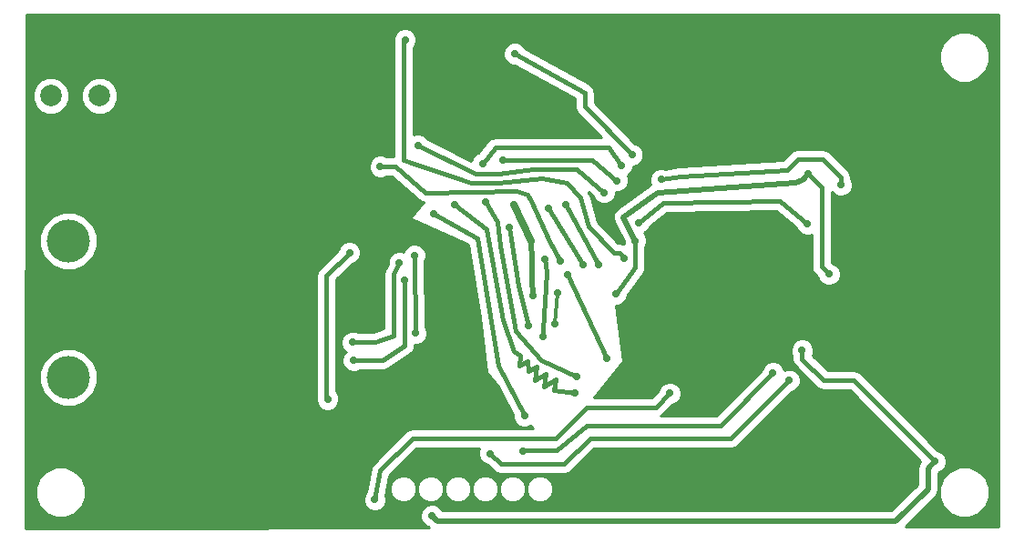
<source format=gbl>
G04 (created by PCBNEW (2013-08-24 BZR 4298)-stable) date Sun 04 May 2014 09:36:58 AM PDT*
%MOIN*%
G04 Gerber Fmt 3.4, Leading zero omitted, Abs format*
%FSLAX34Y34*%
G01*
G70*
G90*
G04 APERTURE LIST*
%ADD10C,0.005906*%
%ADD11C,0.078700*%
%ADD12C,0.157480*%
%ADD13C,0.023622*%
%ADD14R,0.098400X0.098400*%
%ADD15C,0.027559*%
%ADD16C,0.019685*%
%ADD17C,0.015748*%
%ADD18C,0.009843*%
%ADD19C,0.027559*%
%ADD20C,0.039370*%
%ADD21C,0.011811*%
%ADD22C,0.010000*%
G04 APERTURE END LIST*
G54D10*
G54D11*
X36811Y-28070D03*
X35039Y-28070D03*
G54D12*
X35681Y-38389D03*
X35681Y-33389D03*
G54D13*
X50003Y-35208D03*
X49703Y-34908D03*
X49703Y-35508D03*
X50303Y-34908D03*
X50303Y-35508D03*
G54D14*
X50003Y-35208D03*
G54D15*
X48976Y-43464D03*
X67381Y-41476D03*
X62519Y-37401D03*
X63502Y-34606D03*
X62755Y-30944D03*
X56417Y-33385D03*
X55712Y-35322D03*
X51968Y-32047D03*
X52598Y-33385D03*
X52685Y-35388D03*
X48334Y-33925D03*
X48389Y-36771D03*
X56535Y-32716D03*
X62716Y-32755D03*
X52503Y-36488D03*
X51822Y-32897D03*
X53937Y-34645D03*
X55381Y-37688D03*
X57874Y-42913D03*
X49409Y-26338D03*
X68307Y-28858D03*
X63897Y-33267D03*
X63858Y-36574D03*
X63740Y-37874D03*
X64173Y-39015D03*
X60118Y-38622D03*
X59291Y-39015D03*
X58346Y-38582D03*
X62598Y-38818D03*
X44527Y-27086D03*
X40393Y-29055D03*
X39133Y-31850D03*
X51614Y-39645D03*
X41744Y-40248D03*
X48228Y-31850D03*
X44574Y-32338D03*
X53149Y-28661D03*
X46889Y-36141D03*
X63582Y-35354D03*
X55118Y-32440D03*
X52322Y-41102D03*
X61456Y-38228D03*
X51102Y-41181D03*
X62047Y-38503D03*
X55275Y-31614D03*
X48464Y-29881D03*
X63937Y-31338D03*
X57362Y-31141D03*
X55748Y-31181D03*
X51574Y-30433D03*
X53031Y-36889D03*
X53110Y-34055D03*
X52362Y-39803D03*
X49035Y-32397D03*
X54200Y-38976D03*
X49814Y-32047D03*
X54275Y-38354D03*
X50944Y-31968D03*
X45960Y-33818D03*
X45165Y-39188D03*
X53484Y-36421D03*
X53562Y-35295D03*
X53858Y-32047D03*
X55078Y-34263D03*
X55905Y-30629D03*
X50826Y-30551D03*
X53661Y-34133D03*
X47086Y-30669D03*
X52007Y-26535D03*
X56299Y-30236D03*
X47992Y-26023D03*
X56023Y-34015D03*
X47783Y-34196D03*
X46074Y-37110D03*
X47984Y-34826D03*
X46114Y-37771D03*
X53228Y-32204D03*
X54507Y-34271D03*
X46889Y-42874D03*
X57677Y-38976D03*
G54D16*
X48976Y-43464D02*
X49173Y-43661D01*
X49173Y-43661D02*
X65944Y-43661D01*
X65944Y-43661D02*
X67125Y-42480D01*
X67125Y-42480D02*
X67125Y-41732D01*
X67125Y-41732D02*
X67381Y-41476D01*
G54D17*
X64409Y-38503D02*
X67381Y-41476D01*
X64409Y-38503D02*
X63307Y-38503D01*
X63307Y-38503D02*
X62519Y-37716D01*
X62519Y-37716D02*
X62519Y-37401D01*
X63228Y-34332D02*
X63502Y-34606D01*
X63228Y-34332D02*
X63228Y-31417D01*
X62755Y-30944D02*
X63228Y-31417D01*
G54D16*
X56417Y-33385D02*
X55984Y-32519D01*
X55984Y-32519D02*
X57244Y-31614D01*
X57244Y-31614D02*
X62283Y-31259D01*
X62283Y-31259D02*
X62539Y-31161D01*
X62539Y-31161D02*
X62598Y-31102D01*
X62598Y-31102D02*
X62755Y-30944D01*
G54D17*
X56417Y-34370D02*
X56417Y-33385D01*
X55732Y-35303D02*
X56417Y-34370D01*
G54D18*
X55712Y-35322D02*
X55732Y-35303D01*
G54D19*
X51968Y-32047D02*
X52598Y-33385D01*
G54D16*
X52657Y-34094D02*
X52598Y-33385D01*
X52637Y-34809D02*
X52657Y-34094D01*
X52685Y-35388D02*
X52637Y-34809D01*
G54D17*
X48334Y-33925D02*
X48389Y-36771D01*
X62716Y-32755D02*
X61692Y-31929D01*
X61692Y-31929D02*
X57440Y-32007D01*
X57440Y-32007D02*
X56535Y-32716D01*
X52503Y-36488D02*
X52129Y-35043D01*
X52129Y-35043D02*
X51822Y-32897D01*
X55381Y-37688D02*
X53937Y-34645D01*
X58346Y-38582D02*
X58377Y-38598D01*
G54D18*
X62598Y-38818D02*
X62598Y-38779D01*
G54D16*
X48228Y-31850D02*
X48228Y-31811D01*
G54D20*
X53149Y-28661D02*
X53169Y-28641D01*
G54D19*
X46889Y-36141D02*
X46889Y-36153D01*
G54D18*
X63582Y-35354D02*
X63582Y-35346D01*
X52362Y-41062D02*
X52322Y-41102D01*
G54D17*
X53543Y-41062D02*
X52362Y-41062D01*
X54645Y-40157D02*
X53543Y-41062D01*
X59527Y-40157D02*
X54645Y-40157D01*
X61456Y-38228D02*
X59527Y-40157D01*
X51496Y-41574D02*
X51102Y-41181D01*
X53818Y-41574D02*
X51496Y-41574D01*
X54763Y-40629D02*
X53818Y-41574D01*
X59921Y-40629D02*
X54763Y-40629D01*
X62047Y-38503D02*
X59921Y-40629D01*
X54291Y-30748D02*
X55275Y-31614D01*
X50590Y-30944D02*
X51417Y-30944D01*
X51417Y-30944D02*
X52677Y-30748D01*
X52677Y-30748D02*
X54291Y-30748D01*
X48464Y-29881D02*
X50590Y-30944D01*
X63937Y-31062D02*
X63937Y-31338D01*
X63267Y-30393D02*
X63937Y-31062D01*
X62362Y-30393D02*
X63267Y-30393D01*
X61968Y-30787D02*
X62362Y-30393D01*
X58070Y-31023D02*
X61968Y-30787D01*
X57362Y-31141D02*
X58070Y-31023D01*
X54842Y-30433D02*
X51574Y-30433D01*
X55748Y-31181D02*
X54842Y-30433D01*
X53110Y-34055D02*
X53114Y-34010D01*
X53114Y-34010D02*
X53188Y-34566D01*
X53188Y-34566D02*
X53031Y-36639D01*
X53031Y-36639D02*
X53031Y-36889D01*
X52362Y-39803D02*
X51421Y-37964D01*
X51421Y-37964D02*
X50629Y-33303D01*
X50629Y-33303D02*
X49035Y-32397D01*
X54200Y-38976D02*
X53452Y-38877D01*
X53452Y-38877D02*
X53500Y-38456D01*
X53500Y-38456D02*
X53070Y-38740D01*
X53070Y-38740D02*
X53149Y-38267D01*
X53149Y-38267D02*
X52755Y-38503D01*
X52755Y-38503D02*
X52799Y-37980D01*
X52799Y-37980D02*
X52503Y-38165D01*
X52503Y-38165D02*
X52476Y-37779D01*
X52476Y-37779D02*
X52165Y-37952D01*
X52165Y-37952D02*
X52204Y-37598D01*
X52204Y-37598D02*
X51968Y-37440D01*
X51968Y-37440D02*
X51562Y-36283D01*
X50972Y-32948D02*
X49814Y-32047D01*
X51562Y-36283D02*
X50972Y-32948D01*
X54275Y-38354D02*
X52980Y-37763D01*
X52980Y-37763D02*
X52043Y-36696D01*
X52043Y-36696D02*
X51484Y-33551D01*
X51377Y-32704D02*
X50944Y-31968D01*
X51484Y-33551D02*
X51377Y-32704D01*
X45122Y-34657D02*
X45960Y-33818D01*
X45122Y-39145D02*
X45122Y-34657D01*
G54D18*
X45165Y-39188D02*
X45122Y-39145D01*
G54D21*
X53484Y-36421D02*
X53562Y-35295D01*
G54D17*
X55078Y-34263D02*
X53858Y-32047D01*
X51299Y-29960D02*
X50826Y-30551D01*
X55433Y-29960D02*
X51299Y-29960D01*
X55905Y-30629D02*
X55433Y-29960D01*
X52598Y-31929D02*
X52480Y-31692D01*
X53661Y-34133D02*
X53267Y-33385D01*
X53267Y-33385D02*
X52598Y-31929D01*
X47637Y-30669D02*
X47086Y-30669D01*
X48740Y-31614D02*
X47637Y-30669D01*
X52086Y-31574D02*
X48740Y-31614D01*
X52480Y-31692D02*
X52086Y-31574D01*
X54566Y-27952D02*
X52007Y-26535D01*
X54566Y-28464D02*
X54566Y-27952D01*
X56299Y-30236D02*
X54566Y-28464D01*
G54D18*
X47952Y-26062D02*
X47992Y-26023D01*
G54D17*
X47952Y-30433D02*
X47952Y-26062D01*
X50393Y-31259D02*
X47952Y-30433D01*
X53897Y-31259D02*
X52992Y-31102D01*
X52992Y-31102D02*
X51417Y-31259D01*
X51417Y-31259D02*
X50393Y-31259D01*
X54409Y-31811D02*
X53897Y-31259D01*
X54724Y-32874D02*
X54409Y-31811D01*
X55629Y-33818D02*
X54724Y-32874D01*
X55826Y-33818D02*
X55629Y-33818D01*
X56023Y-34015D02*
X55826Y-33818D01*
X46905Y-37110D02*
X46074Y-37110D01*
X47586Y-36850D02*
X46905Y-37110D01*
X47586Y-34598D02*
X47586Y-36850D01*
X47783Y-34196D02*
X47586Y-34598D01*
X47173Y-37771D02*
X46114Y-37771D01*
X47988Y-37228D02*
X47173Y-37771D01*
X47968Y-34842D02*
X47988Y-37228D01*
G54D18*
X47984Y-34826D02*
X47968Y-34842D01*
G54D17*
X53228Y-32204D02*
X54507Y-34271D01*
X47086Y-41811D02*
X46889Y-42874D01*
X48267Y-40629D02*
X47086Y-41811D01*
X53503Y-40629D02*
X48267Y-40629D01*
X54645Y-39488D02*
X53503Y-40629D01*
X57165Y-39488D02*
X54645Y-39488D01*
X57677Y-38976D02*
X57165Y-39488D01*
G54D10*
G36*
X69713Y-25089D02*
X69694Y-43847D01*
X69390Y-43848D01*
X69390Y-42415D01*
X69390Y-26470D01*
X69250Y-26129D01*
X68989Y-25868D01*
X68649Y-25727D01*
X68281Y-25727D01*
X67940Y-25868D01*
X67680Y-26128D01*
X67538Y-26468D01*
X67538Y-26836D01*
X67679Y-27177D01*
X67939Y-27438D01*
X68279Y-27579D01*
X68647Y-27579D01*
X68988Y-27439D01*
X69249Y-27178D01*
X69390Y-26838D01*
X69390Y-26470D01*
X69390Y-42415D01*
X69250Y-42074D01*
X68989Y-41813D01*
X68649Y-41672D01*
X68281Y-41672D01*
X67940Y-41812D01*
X67680Y-42073D01*
X67538Y-42413D01*
X67538Y-42781D01*
X67679Y-43122D01*
X67939Y-43382D01*
X68279Y-43524D01*
X68647Y-43524D01*
X68988Y-43383D01*
X69249Y-43123D01*
X69390Y-42783D01*
X69390Y-42415D01*
X69390Y-43848D01*
X66293Y-43856D01*
X67397Y-42752D01*
X67397Y-42752D01*
X67481Y-42627D01*
X67481Y-42627D01*
X67510Y-42480D01*
X67510Y-41891D01*
X67527Y-41875D01*
X67621Y-41836D01*
X67741Y-41716D01*
X67805Y-41561D01*
X67805Y-41392D01*
X67741Y-41236D01*
X67622Y-41117D01*
X67479Y-41057D01*
X64667Y-38245D01*
X64549Y-38166D01*
X64409Y-38138D01*
X64361Y-38138D01*
X64361Y-31254D01*
X64301Y-31111D01*
X64301Y-31062D01*
X64274Y-30923D01*
X64274Y-30923D01*
X64195Y-30804D01*
X63525Y-30135D01*
X63407Y-30056D01*
X63267Y-30028D01*
X62362Y-30028D01*
X62222Y-30056D01*
X62104Y-30135D01*
X61808Y-30431D01*
X58048Y-30659D01*
X58030Y-30664D01*
X58010Y-30663D01*
X57515Y-30746D01*
X57446Y-30717D01*
X57278Y-30717D01*
X57122Y-30782D01*
X57002Y-30901D01*
X56938Y-31057D01*
X56938Y-31225D01*
X56981Y-31329D01*
X55759Y-32207D01*
X55729Y-32240D01*
X55693Y-32267D01*
X55678Y-32294D01*
X55657Y-32317D01*
X55641Y-32359D01*
X55619Y-32398D01*
X55615Y-32428D01*
X55604Y-32457D01*
X55606Y-32502D01*
X55600Y-32546D01*
X55608Y-32576D01*
X55609Y-32607D01*
X55628Y-32648D01*
X55640Y-32691D01*
X55993Y-33397D01*
X55993Y-33469D01*
X56010Y-33510D01*
X55966Y-33481D01*
X55826Y-33453D01*
X55785Y-33453D01*
X55049Y-32685D01*
X54759Y-31707D01*
X54753Y-31696D01*
X54751Y-31683D01*
X54720Y-31633D01*
X54699Y-31593D01*
X54870Y-31743D01*
X54915Y-31854D01*
X55035Y-31973D01*
X55190Y-32038D01*
X55359Y-32038D01*
X55515Y-31973D01*
X55634Y-31854D01*
X55699Y-31698D01*
X55699Y-31605D01*
X55832Y-31605D01*
X55987Y-31540D01*
X56107Y-31421D01*
X56171Y-31265D01*
X56172Y-31097D01*
X56130Y-30995D01*
X56145Y-30989D01*
X56264Y-30870D01*
X56329Y-30714D01*
X56329Y-30660D01*
X56383Y-30660D01*
X56539Y-30595D01*
X56658Y-30476D01*
X56723Y-30320D01*
X56723Y-30152D01*
X56658Y-29996D01*
X56539Y-29876D01*
X56402Y-29820D01*
X54931Y-28315D01*
X54931Y-27952D01*
X54921Y-27902D01*
X54917Y-27852D01*
X54908Y-27833D01*
X54904Y-27813D01*
X54875Y-27770D01*
X54852Y-27725D01*
X54836Y-27712D01*
X54824Y-27694D01*
X54782Y-27666D01*
X54743Y-27633D01*
X52379Y-26323D01*
X52367Y-26295D01*
X52248Y-26176D01*
X52092Y-26111D01*
X51923Y-26111D01*
X51768Y-26175D01*
X51648Y-26294D01*
X51583Y-26450D01*
X51583Y-26619D01*
X51648Y-26775D01*
X51767Y-26894D01*
X51923Y-26959D01*
X52020Y-26959D01*
X54201Y-28167D01*
X54201Y-28464D01*
X54215Y-28532D01*
X54228Y-28600D01*
X54229Y-28602D01*
X54229Y-28604D01*
X54268Y-28661D01*
X54305Y-28719D01*
X55162Y-29595D01*
X51299Y-29595D01*
X51279Y-29599D01*
X51258Y-29597D01*
X51209Y-29613D01*
X51159Y-29623D01*
X51142Y-29634D01*
X51123Y-29640D01*
X51083Y-29674D01*
X51041Y-29702D01*
X51029Y-29719D01*
X51014Y-29732D01*
X50676Y-30154D01*
X50586Y-30191D01*
X50467Y-30310D01*
X50410Y-30447D01*
X48830Y-29656D01*
X48824Y-29642D01*
X48705Y-29522D01*
X48549Y-29457D01*
X48380Y-29457D01*
X48317Y-29483D01*
X48317Y-26297D01*
X48351Y-26264D01*
X48416Y-26108D01*
X48416Y-25939D01*
X48351Y-25783D01*
X48232Y-25664D01*
X48076Y-25599D01*
X47908Y-25599D01*
X47752Y-25663D01*
X47632Y-25783D01*
X47568Y-25938D01*
X47568Y-26107D01*
X47587Y-26155D01*
X47587Y-30304D01*
X47313Y-30304D01*
X47171Y-30245D01*
X47002Y-30245D01*
X46846Y-30309D01*
X46727Y-30428D01*
X46662Y-30584D01*
X46662Y-30753D01*
X46726Y-30909D01*
X46846Y-31028D01*
X47001Y-31093D01*
X47170Y-31093D01*
X47313Y-31034D01*
X47502Y-31034D01*
X48502Y-31891D01*
X48554Y-31920D01*
X48604Y-31952D01*
X48616Y-31955D01*
X48626Y-31961D01*
X48685Y-31968D01*
X48690Y-31968D01*
X48173Y-32564D01*
X50122Y-33434D01*
X50299Y-33534D01*
X50750Y-36194D01*
X50959Y-38189D01*
X51404Y-38733D01*
X51938Y-39775D01*
X51938Y-39887D01*
X52002Y-40043D01*
X52121Y-40162D01*
X52277Y-40227D01*
X52446Y-40227D01*
X52582Y-40170D01*
X52660Y-40264D01*
X48813Y-40264D01*
X48813Y-36687D01*
X48750Y-36533D01*
X48703Y-34141D01*
X48758Y-34009D01*
X48758Y-33841D01*
X48694Y-33685D01*
X48575Y-33565D01*
X48419Y-33501D01*
X48250Y-33501D01*
X48094Y-33565D01*
X47975Y-33684D01*
X47928Y-33797D01*
X47868Y-33772D01*
X47699Y-33772D01*
X47543Y-33837D01*
X47424Y-33956D01*
X47359Y-34112D01*
X47359Y-34232D01*
X47258Y-34437D01*
X47255Y-34449D01*
X47249Y-34458D01*
X47237Y-34517D01*
X47222Y-34575D01*
X47223Y-34586D01*
X47221Y-34598D01*
X47221Y-36599D01*
X46838Y-36745D01*
X46384Y-36745D01*
X46384Y-33734D01*
X46320Y-33579D01*
X46201Y-33459D01*
X46045Y-33394D01*
X45876Y-33394D01*
X45720Y-33459D01*
X45601Y-33578D01*
X45541Y-33721D01*
X44863Y-34399D01*
X44784Y-34517D01*
X44757Y-34657D01*
X44757Y-39066D01*
X44741Y-39104D01*
X44741Y-39272D01*
X44805Y-39428D01*
X44924Y-39548D01*
X45080Y-39612D01*
X45249Y-39613D01*
X45405Y-39548D01*
X45524Y-39429D01*
X45589Y-39273D01*
X45589Y-39105D01*
X45525Y-38949D01*
X45487Y-38911D01*
X45487Y-34808D01*
X46058Y-34237D01*
X46200Y-34178D01*
X46319Y-34059D01*
X46384Y-33903D01*
X46384Y-33734D01*
X46384Y-36745D01*
X46301Y-36745D01*
X46159Y-36686D01*
X45990Y-36686D01*
X45834Y-36750D01*
X45715Y-36869D01*
X45650Y-37025D01*
X45650Y-37194D01*
X45715Y-37350D01*
X45825Y-37460D01*
X45754Y-37531D01*
X45690Y-37686D01*
X45690Y-37855D01*
X45754Y-38011D01*
X45873Y-38130D01*
X46029Y-38195D01*
X46198Y-38195D01*
X46341Y-38136D01*
X47173Y-38136D01*
X47208Y-38129D01*
X47244Y-38129D01*
X47277Y-38115D01*
X47312Y-38108D01*
X47342Y-38088D01*
X47375Y-38075D01*
X48190Y-37532D01*
X48217Y-37505D01*
X48248Y-37484D01*
X48267Y-37455D01*
X48291Y-37431D01*
X48305Y-37396D01*
X48326Y-37365D01*
X48332Y-37331D01*
X48346Y-37299D01*
X48346Y-37262D01*
X48353Y-37225D01*
X48352Y-37195D01*
X48473Y-37195D01*
X48629Y-37131D01*
X48749Y-37012D01*
X48813Y-36856D01*
X48813Y-36687D01*
X48813Y-40264D01*
X48267Y-40264D01*
X48128Y-40292D01*
X48009Y-40371D01*
X46828Y-41552D01*
X46807Y-41584D01*
X46780Y-41612D01*
X46768Y-41643D01*
X46749Y-41671D01*
X46741Y-41708D01*
X46727Y-41744D01*
X46570Y-42593D01*
X46530Y-42633D01*
X46465Y-42789D01*
X46465Y-42957D01*
X46530Y-43113D01*
X46649Y-43233D01*
X46805Y-43297D01*
X46973Y-43298D01*
X47129Y-43233D01*
X47249Y-43114D01*
X47313Y-42958D01*
X47313Y-42790D01*
X47288Y-42727D01*
X47424Y-41988D01*
X48418Y-40994D01*
X50720Y-40994D01*
X50678Y-41096D01*
X50678Y-41265D01*
X50742Y-41420D01*
X50861Y-41540D01*
X51004Y-41599D01*
X51237Y-41832D01*
X51356Y-41911D01*
X51356Y-41911D01*
X51496Y-41939D01*
X53818Y-41939D01*
X53958Y-41911D01*
X53958Y-41911D01*
X54076Y-41832D01*
X54914Y-40994D01*
X59921Y-40994D01*
X60060Y-40967D01*
X60060Y-40967D01*
X60179Y-40887D01*
X62144Y-38922D01*
X62287Y-38863D01*
X62406Y-38744D01*
X62471Y-38588D01*
X62471Y-38419D01*
X62406Y-38264D01*
X62287Y-38144D01*
X62131Y-38079D01*
X61963Y-38079D01*
X61870Y-38118D01*
X61816Y-37988D01*
X61697Y-37869D01*
X61541Y-37804D01*
X61372Y-37804D01*
X61216Y-37868D01*
X61097Y-37987D01*
X61038Y-38130D01*
X59376Y-39792D01*
X57354Y-39792D01*
X57423Y-39746D01*
X57774Y-39394D01*
X57917Y-39336D01*
X58036Y-39216D01*
X58101Y-39061D01*
X58101Y-38892D01*
X58036Y-38736D01*
X57917Y-38617D01*
X57761Y-38552D01*
X57593Y-38552D01*
X57437Y-38616D01*
X57317Y-38735D01*
X57258Y-38878D01*
X57014Y-39123D01*
X54892Y-39123D01*
X55984Y-37793D01*
X55697Y-35746D01*
X55796Y-35746D01*
X55952Y-35682D01*
X56071Y-35563D01*
X56136Y-35407D01*
X56136Y-35369D01*
X56711Y-34586D01*
X56730Y-34546D01*
X56754Y-34509D01*
X56759Y-34482D01*
X56771Y-34457D01*
X56773Y-34413D01*
X56782Y-34370D01*
X56782Y-33612D01*
X56841Y-33470D01*
X56841Y-33301D01*
X56776Y-33145D01*
X56727Y-33096D01*
X56775Y-33076D01*
X56894Y-32957D01*
X56930Y-32870D01*
X57569Y-32370D01*
X61566Y-32296D01*
X62318Y-32903D01*
X62356Y-32995D01*
X62476Y-33115D01*
X62631Y-33179D01*
X62800Y-33179D01*
X62863Y-33154D01*
X62863Y-34332D01*
X62891Y-34471D01*
X62970Y-34590D01*
X63084Y-34704D01*
X63142Y-34846D01*
X63262Y-34965D01*
X63417Y-35030D01*
X63586Y-35030D01*
X63742Y-34966D01*
X63861Y-34846D01*
X63926Y-34691D01*
X63926Y-34522D01*
X63862Y-34366D01*
X63743Y-34247D01*
X63600Y-34187D01*
X63593Y-34180D01*
X63593Y-31594D01*
X63696Y-31697D01*
X63852Y-31762D01*
X64020Y-31762D01*
X64176Y-31698D01*
X64296Y-31579D01*
X64360Y-31423D01*
X64361Y-31254D01*
X64361Y-38138D01*
X63458Y-38138D01*
X62903Y-37583D01*
X62943Y-37486D01*
X62943Y-37317D01*
X62879Y-37161D01*
X62760Y-37042D01*
X62604Y-36977D01*
X62435Y-36977D01*
X62279Y-37041D01*
X62160Y-37161D01*
X62095Y-37316D01*
X62095Y-37485D01*
X62154Y-37628D01*
X62154Y-37716D01*
X62182Y-37856D01*
X62261Y-37974D01*
X63049Y-38762D01*
X63167Y-38841D01*
X63167Y-38841D01*
X63307Y-38868D01*
X64258Y-38868D01*
X66852Y-41462D01*
X66770Y-41585D01*
X66741Y-41732D01*
X66741Y-42320D01*
X65785Y-43276D01*
X53408Y-43276D01*
X53408Y-42384D01*
X53334Y-42207D01*
X53199Y-42071D01*
X53021Y-41997D01*
X52829Y-41997D01*
X52651Y-42070D01*
X52515Y-42206D01*
X52442Y-42383D01*
X52441Y-42575D01*
X52515Y-42753D01*
X52651Y-42889D01*
X52828Y-42963D01*
X53020Y-42963D01*
X53198Y-42890D01*
X53334Y-42754D01*
X53408Y-42576D01*
X53408Y-42384D01*
X53408Y-43276D01*
X52408Y-43276D01*
X52408Y-42384D01*
X52334Y-42207D01*
X52199Y-42071D01*
X52021Y-41997D01*
X51829Y-41997D01*
X51651Y-42070D01*
X51515Y-42206D01*
X51442Y-42383D01*
X51441Y-42575D01*
X51515Y-42753D01*
X51651Y-42889D01*
X51828Y-42963D01*
X52020Y-42963D01*
X52198Y-42890D01*
X52334Y-42754D01*
X52408Y-42576D01*
X52408Y-42384D01*
X52408Y-43276D01*
X51412Y-43276D01*
X51412Y-42384D01*
X51338Y-42207D01*
X51203Y-42071D01*
X51025Y-41997D01*
X50833Y-41997D01*
X50655Y-42070D01*
X50519Y-42206D01*
X50446Y-42383D01*
X50445Y-42575D01*
X50519Y-42753D01*
X50655Y-42889D01*
X50832Y-42963D01*
X51024Y-42963D01*
X51202Y-42890D01*
X51338Y-42754D01*
X51412Y-42576D01*
X51412Y-42384D01*
X51412Y-43276D01*
X50412Y-43276D01*
X50412Y-42384D01*
X50338Y-42207D01*
X50203Y-42071D01*
X50025Y-41997D01*
X49833Y-41997D01*
X49655Y-42070D01*
X49519Y-42206D01*
X49446Y-42383D01*
X49445Y-42575D01*
X49519Y-42753D01*
X49655Y-42889D01*
X49832Y-42963D01*
X50024Y-42963D01*
X50202Y-42890D01*
X50338Y-42754D01*
X50412Y-42576D01*
X50412Y-42384D01*
X50412Y-43276D01*
X49416Y-43276D01*
X49416Y-42384D01*
X49342Y-42207D01*
X49207Y-42071D01*
X49029Y-41997D01*
X48837Y-41997D01*
X48659Y-42070D01*
X48523Y-42206D01*
X48450Y-42383D01*
X48449Y-42575D01*
X48523Y-42753D01*
X48659Y-42889D01*
X48836Y-42963D01*
X49028Y-42963D01*
X49206Y-42890D01*
X49342Y-42754D01*
X49416Y-42576D01*
X49416Y-42384D01*
X49416Y-43276D01*
X49357Y-43276D01*
X49336Y-43224D01*
X49216Y-43105D01*
X49061Y-43040D01*
X48892Y-43040D01*
X48736Y-43104D01*
X48617Y-43224D01*
X48552Y-43379D01*
X48552Y-43548D01*
X48616Y-43704D01*
X48735Y-43823D01*
X48831Y-43863D01*
X48868Y-43900D01*
X48416Y-43901D01*
X48416Y-42384D01*
X48342Y-42207D01*
X48207Y-42071D01*
X48029Y-41997D01*
X47837Y-41997D01*
X47659Y-42070D01*
X47523Y-42206D01*
X47450Y-42383D01*
X47449Y-42575D01*
X47523Y-42753D01*
X47659Y-42889D01*
X47836Y-42963D01*
X48028Y-42963D01*
X48206Y-42890D01*
X48342Y-42754D01*
X48416Y-42576D01*
X48416Y-42384D01*
X48416Y-43901D01*
X37491Y-43929D01*
X37491Y-27936D01*
X37387Y-27686D01*
X37196Y-27494D01*
X36947Y-27391D01*
X36676Y-27391D01*
X36426Y-27494D01*
X36235Y-27685D01*
X36131Y-27935D01*
X36131Y-28205D01*
X36234Y-28455D01*
X36425Y-28646D01*
X36675Y-28750D01*
X36945Y-28750D01*
X37195Y-28647D01*
X37387Y-28456D01*
X37490Y-28206D01*
X37491Y-27936D01*
X37491Y-43929D01*
X36754Y-43931D01*
X36754Y-38177D01*
X36754Y-33177D01*
X36591Y-32782D01*
X36290Y-32480D01*
X35895Y-32316D01*
X35719Y-32316D01*
X35719Y-27936D01*
X35615Y-27686D01*
X35424Y-27494D01*
X35175Y-27391D01*
X34904Y-27391D01*
X34654Y-27494D01*
X34463Y-27685D01*
X34359Y-27935D01*
X34359Y-28205D01*
X34462Y-28455D01*
X34653Y-28646D01*
X34903Y-28750D01*
X35173Y-28750D01*
X35423Y-28647D01*
X35615Y-28456D01*
X35718Y-28206D01*
X35719Y-27936D01*
X35719Y-32316D01*
X35468Y-32315D01*
X35073Y-32479D01*
X34771Y-32780D01*
X34607Y-33175D01*
X34607Y-33602D01*
X34770Y-33997D01*
X35072Y-34299D01*
X35466Y-34463D01*
X35893Y-34463D01*
X36288Y-34300D01*
X36590Y-33998D01*
X36754Y-33604D01*
X36754Y-33177D01*
X36754Y-38177D01*
X36591Y-37782D01*
X36290Y-37480D01*
X35895Y-37316D01*
X35468Y-37315D01*
X35073Y-37479D01*
X34771Y-37780D01*
X34607Y-38175D01*
X34607Y-38602D01*
X34770Y-38997D01*
X35072Y-39299D01*
X35466Y-39463D01*
X35893Y-39463D01*
X36288Y-39300D01*
X36590Y-38998D01*
X36754Y-38604D01*
X36754Y-38177D01*
X36754Y-43931D01*
X36319Y-43932D01*
X36319Y-42415D01*
X36179Y-42074D01*
X35918Y-41813D01*
X35578Y-41672D01*
X35210Y-41672D01*
X34869Y-41812D01*
X34609Y-42073D01*
X34467Y-42413D01*
X34467Y-42781D01*
X34608Y-43122D01*
X34868Y-43382D01*
X35208Y-43524D01*
X35577Y-43524D01*
X35917Y-43383D01*
X36178Y-43123D01*
X36319Y-42783D01*
X36319Y-42415D01*
X36319Y-43932D01*
X34117Y-43938D01*
X34144Y-25089D01*
X69713Y-25089D01*
X69713Y-25089D01*
G37*
G54D22*
X69713Y-25089D02*
X69694Y-43847D01*
X69390Y-43848D01*
X69390Y-42415D01*
X69390Y-26470D01*
X69250Y-26129D01*
X68989Y-25868D01*
X68649Y-25727D01*
X68281Y-25727D01*
X67940Y-25868D01*
X67680Y-26128D01*
X67538Y-26468D01*
X67538Y-26836D01*
X67679Y-27177D01*
X67939Y-27438D01*
X68279Y-27579D01*
X68647Y-27579D01*
X68988Y-27439D01*
X69249Y-27178D01*
X69390Y-26838D01*
X69390Y-26470D01*
X69390Y-42415D01*
X69250Y-42074D01*
X68989Y-41813D01*
X68649Y-41672D01*
X68281Y-41672D01*
X67940Y-41812D01*
X67680Y-42073D01*
X67538Y-42413D01*
X67538Y-42781D01*
X67679Y-43122D01*
X67939Y-43382D01*
X68279Y-43524D01*
X68647Y-43524D01*
X68988Y-43383D01*
X69249Y-43123D01*
X69390Y-42783D01*
X69390Y-42415D01*
X69390Y-43848D01*
X66293Y-43856D01*
X67397Y-42752D01*
X67397Y-42752D01*
X67481Y-42627D01*
X67481Y-42627D01*
X67510Y-42480D01*
X67510Y-41891D01*
X67527Y-41875D01*
X67621Y-41836D01*
X67741Y-41716D01*
X67805Y-41561D01*
X67805Y-41392D01*
X67741Y-41236D01*
X67622Y-41117D01*
X67479Y-41057D01*
X64667Y-38245D01*
X64549Y-38166D01*
X64409Y-38138D01*
X64361Y-38138D01*
X64361Y-31254D01*
X64301Y-31111D01*
X64301Y-31062D01*
X64274Y-30923D01*
X64274Y-30923D01*
X64195Y-30804D01*
X63525Y-30135D01*
X63407Y-30056D01*
X63267Y-30028D01*
X62362Y-30028D01*
X62222Y-30056D01*
X62104Y-30135D01*
X61808Y-30431D01*
X58048Y-30659D01*
X58030Y-30664D01*
X58010Y-30663D01*
X57515Y-30746D01*
X57446Y-30717D01*
X57278Y-30717D01*
X57122Y-30782D01*
X57002Y-30901D01*
X56938Y-31057D01*
X56938Y-31225D01*
X56981Y-31329D01*
X55759Y-32207D01*
X55729Y-32240D01*
X55693Y-32267D01*
X55678Y-32294D01*
X55657Y-32317D01*
X55641Y-32359D01*
X55619Y-32398D01*
X55615Y-32428D01*
X55604Y-32457D01*
X55606Y-32502D01*
X55600Y-32546D01*
X55608Y-32576D01*
X55609Y-32607D01*
X55628Y-32648D01*
X55640Y-32691D01*
X55993Y-33397D01*
X55993Y-33469D01*
X56010Y-33510D01*
X55966Y-33481D01*
X55826Y-33453D01*
X55785Y-33453D01*
X55049Y-32685D01*
X54759Y-31707D01*
X54753Y-31696D01*
X54751Y-31683D01*
X54720Y-31633D01*
X54699Y-31593D01*
X54870Y-31743D01*
X54915Y-31854D01*
X55035Y-31973D01*
X55190Y-32038D01*
X55359Y-32038D01*
X55515Y-31973D01*
X55634Y-31854D01*
X55699Y-31698D01*
X55699Y-31605D01*
X55832Y-31605D01*
X55987Y-31540D01*
X56107Y-31421D01*
X56171Y-31265D01*
X56172Y-31097D01*
X56130Y-30995D01*
X56145Y-30989D01*
X56264Y-30870D01*
X56329Y-30714D01*
X56329Y-30660D01*
X56383Y-30660D01*
X56539Y-30595D01*
X56658Y-30476D01*
X56723Y-30320D01*
X56723Y-30152D01*
X56658Y-29996D01*
X56539Y-29876D01*
X56402Y-29820D01*
X54931Y-28315D01*
X54931Y-27952D01*
X54921Y-27902D01*
X54917Y-27852D01*
X54908Y-27833D01*
X54904Y-27813D01*
X54875Y-27770D01*
X54852Y-27725D01*
X54836Y-27712D01*
X54824Y-27694D01*
X54782Y-27666D01*
X54743Y-27633D01*
X52379Y-26323D01*
X52367Y-26295D01*
X52248Y-26176D01*
X52092Y-26111D01*
X51923Y-26111D01*
X51768Y-26175D01*
X51648Y-26294D01*
X51583Y-26450D01*
X51583Y-26619D01*
X51648Y-26775D01*
X51767Y-26894D01*
X51923Y-26959D01*
X52020Y-26959D01*
X54201Y-28167D01*
X54201Y-28464D01*
X54215Y-28532D01*
X54228Y-28600D01*
X54229Y-28602D01*
X54229Y-28604D01*
X54268Y-28661D01*
X54305Y-28719D01*
X55162Y-29595D01*
X51299Y-29595D01*
X51279Y-29599D01*
X51258Y-29597D01*
X51209Y-29613D01*
X51159Y-29623D01*
X51142Y-29634D01*
X51123Y-29640D01*
X51083Y-29674D01*
X51041Y-29702D01*
X51029Y-29719D01*
X51014Y-29732D01*
X50676Y-30154D01*
X50586Y-30191D01*
X50467Y-30310D01*
X50410Y-30447D01*
X48830Y-29656D01*
X48824Y-29642D01*
X48705Y-29522D01*
X48549Y-29457D01*
X48380Y-29457D01*
X48317Y-29483D01*
X48317Y-26297D01*
X48351Y-26264D01*
X48416Y-26108D01*
X48416Y-25939D01*
X48351Y-25783D01*
X48232Y-25664D01*
X48076Y-25599D01*
X47908Y-25599D01*
X47752Y-25663D01*
X47632Y-25783D01*
X47568Y-25938D01*
X47568Y-26107D01*
X47587Y-26155D01*
X47587Y-30304D01*
X47313Y-30304D01*
X47171Y-30245D01*
X47002Y-30245D01*
X46846Y-30309D01*
X46727Y-30428D01*
X46662Y-30584D01*
X46662Y-30753D01*
X46726Y-30909D01*
X46846Y-31028D01*
X47001Y-31093D01*
X47170Y-31093D01*
X47313Y-31034D01*
X47502Y-31034D01*
X48502Y-31891D01*
X48554Y-31920D01*
X48604Y-31952D01*
X48616Y-31955D01*
X48626Y-31961D01*
X48685Y-31968D01*
X48690Y-31968D01*
X48173Y-32564D01*
X50122Y-33434D01*
X50299Y-33534D01*
X50750Y-36194D01*
X50959Y-38189D01*
X51404Y-38733D01*
X51938Y-39775D01*
X51938Y-39887D01*
X52002Y-40043D01*
X52121Y-40162D01*
X52277Y-40227D01*
X52446Y-40227D01*
X52582Y-40170D01*
X52660Y-40264D01*
X48813Y-40264D01*
X48813Y-36687D01*
X48750Y-36533D01*
X48703Y-34141D01*
X48758Y-34009D01*
X48758Y-33841D01*
X48694Y-33685D01*
X48575Y-33565D01*
X48419Y-33501D01*
X48250Y-33501D01*
X48094Y-33565D01*
X47975Y-33684D01*
X47928Y-33797D01*
X47868Y-33772D01*
X47699Y-33772D01*
X47543Y-33837D01*
X47424Y-33956D01*
X47359Y-34112D01*
X47359Y-34232D01*
X47258Y-34437D01*
X47255Y-34449D01*
X47249Y-34458D01*
X47237Y-34517D01*
X47222Y-34575D01*
X47223Y-34586D01*
X47221Y-34598D01*
X47221Y-36599D01*
X46838Y-36745D01*
X46384Y-36745D01*
X46384Y-33734D01*
X46320Y-33579D01*
X46201Y-33459D01*
X46045Y-33394D01*
X45876Y-33394D01*
X45720Y-33459D01*
X45601Y-33578D01*
X45541Y-33721D01*
X44863Y-34399D01*
X44784Y-34517D01*
X44757Y-34657D01*
X44757Y-39066D01*
X44741Y-39104D01*
X44741Y-39272D01*
X44805Y-39428D01*
X44924Y-39548D01*
X45080Y-39612D01*
X45249Y-39613D01*
X45405Y-39548D01*
X45524Y-39429D01*
X45589Y-39273D01*
X45589Y-39105D01*
X45525Y-38949D01*
X45487Y-38911D01*
X45487Y-34808D01*
X46058Y-34237D01*
X46200Y-34178D01*
X46319Y-34059D01*
X46384Y-33903D01*
X46384Y-33734D01*
X46384Y-36745D01*
X46301Y-36745D01*
X46159Y-36686D01*
X45990Y-36686D01*
X45834Y-36750D01*
X45715Y-36869D01*
X45650Y-37025D01*
X45650Y-37194D01*
X45715Y-37350D01*
X45825Y-37460D01*
X45754Y-37531D01*
X45690Y-37686D01*
X45690Y-37855D01*
X45754Y-38011D01*
X45873Y-38130D01*
X46029Y-38195D01*
X46198Y-38195D01*
X46341Y-38136D01*
X47173Y-38136D01*
X47208Y-38129D01*
X47244Y-38129D01*
X47277Y-38115D01*
X47312Y-38108D01*
X47342Y-38088D01*
X47375Y-38075D01*
X48190Y-37532D01*
X48217Y-37505D01*
X48248Y-37484D01*
X48267Y-37455D01*
X48291Y-37431D01*
X48305Y-37396D01*
X48326Y-37365D01*
X48332Y-37331D01*
X48346Y-37299D01*
X48346Y-37262D01*
X48353Y-37225D01*
X48352Y-37195D01*
X48473Y-37195D01*
X48629Y-37131D01*
X48749Y-37012D01*
X48813Y-36856D01*
X48813Y-36687D01*
X48813Y-40264D01*
X48267Y-40264D01*
X48128Y-40292D01*
X48009Y-40371D01*
X46828Y-41552D01*
X46807Y-41584D01*
X46780Y-41612D01*
X46768Y-41643D01*
X46749Y-41671D01*
X46741Y-41708D01*
X46727Y-41744D01*
X46570Y-42593D01*
X46530Y-42633D01*
X46465Y-42789D01*
X46465Y-42957D01*
X46530Y-43113D01*
X46649Y-43233D01*
X46805Y-43297D01*
X46973Y-43298D01*
X47129Y-43233D01*
X47249Y-43114D01*
X47313Y-42958D01*
X47313Y-42790D01*
X47288Y-42727D01*
X47424Y-41988D01*
X48418Y-40994D01*
X50720Y-40994D01*
X50678Y-41096D01*
X50678Y-41265D01*
X50742Y-41420D01*
X50861Y-41540D01*
X51004Y-41599D01*
X51237Y-41832D01*
X51356Y-41911D01*
X51356Y-41911D01*
X51496Y-41939D01*
X53818Y-41939D01*
X53958Y-41911D01*
X53958Y-41911D01*
X54076Y-41832D01*
X54914Y-40994D01*
X59921Y-40994D01*
X60060Y-40967D01*
X60060Y-40967D01*
X60179Y-40887D01*
X62144Y-38922D01*
X62287Y-38863D01*
X62406Y-38744D01*
X62471Y-38588D01*
X62471Y-38419D01*
X62406Y-38264D01*
X62287Y-38144D01*
X62131Y-38079D01*
X61963Y-38079D01*
X61870Y-38118D01*
X61816Y-37988D01*
X61697Y-37869D01*
X61541Y-37804D01*
X61372Y-37804D01*
X61216Y-37868D01*
X61097Y-37987D01*
X61038Y-38130D01*
X59376Y-39792D01*
X57354Y-39792D01*
X57423Y-39746D01*
X57774Y-39394D01*
X57917Y-39336D01*
X58036Y-39216D01*
X58101Y-39061D01*
X58101Y-38892D01*
X58036Y-38736D01*
X57917Y-38617D01*
X57761Y-38552D01*
X57593Y-38552D01*
X57437Y-38616D01*
X57317Y-38735D01*
X57258Y-38878D01*
X57014Y-39123D01*
X54892Y-39123D01*
X55984Y-37793D01*
X55697Y-35746D01*
X55796Y-35746D01*
X55952Y-35682D01*
X56071Y-35563D01*
X56136Y-35407D01*
X56136Y-35369D01*
X56711Y-34586D01*
X56730Y-34546D01*
X56754Y-34509D01*
X56759Y-34482D01*
X56771Y-34457D01*
X56773Y-34413D01*
X56782Y-34370D01*
X56782Y-33612D01*
X56841Y-33470D01*
X56841Y-33301D01*
X56776Y-33145D01*
X56727Y-33096D01*
X56775Y-33076D01*
X56894Y-32957D01*
X56930Y-32870D01*
X57569Y-32370D01*
X61566Y-32296D01*
X62318Y-32903D01*
X62356Y-32995D01*
X62476Y-33115D01*
X62631Y-33179D01*
X62800Y-33179D01*
X62863Y-33154D01*
X62863Y-34332D01*
X62891Y-34471D01*
X62970Y-34590D01*
X63084Y-34704D01*
X63142Y-34846D01*
X63262Y-34965D01*
X63417Y-35030D01*
X63586Y-35030D01*
X63742Y-34966D01*
X63861Y-34846D01*
X63926Y-34691D01*
X63926Y-34522D01*
X63862Y-34366D01*
X63743Y-34247D01*
X63600Y-34187D01*
X63593Y-34180D01*
X63593Y-31594D01*
X63696Y-31697D01*
X63852Y-31762D01*
X64020Y-31762D01*
X64176Y-31698D01*
X64296Y-31579D01*
X64360Y-31423D01*
X64361Y-31254D01*
X64361Y-38138D01*
X63458Y-38138D01*
X62903Y-37583D01*
X62943Y-37486D01*
X62943Y-37317D01*
X62879Y-37161D01*
X62760Y-37042D01*
X62604Y-36977D01*
X62435Y-36977D01*
X62279Y-37041D01*
X62160Y-37161D01*
X62095Y-37316D01*
X62095Y-37485D01*
X62154Y-37628D01*
X62154Y-37716D01*
X62182Y-37856D01*
X62261Y-37974D01*
X63049Y-38762D01*
X63167Y-38841D01*
X63167Y-38841D01*
X63307Y-38868D01*
X64258Y-38868D01*
X66852Y-41462D01*
X66770Y-41585D01*
X66741Y-41732D01*
X66741Y-42320D01*
X65785Y-43276D01*
X53408Y-43276D01*
X53408Y-42384D01*
X53334Y-42207D01*
X53199Y-42071D01*
X53021Y-41997D01*
X52829Y-41997D01*
X52651Y-42070D01*
X52515Y-42206D01*
X52442Y-42383D01*
X52441Y-42575D01*
X52515Y-42753D01*
X52651Y-42889D01*
X52828Y-42963D01*
X53020Y-42963D01*
X53198Y-42890D01*
X53334Y-42754D01*
X53408Y-42576D01*
X53408Y-42384D01*
X53408Y-43276D01*
X52408Y-43276D01*
X52408Y-42384D01*
X52334Y-42207D01*
X52199Y-42071D01*
X52021Y-41997D01*
X51829Y-41997D01*
X51651Y-42070D01*
X51515Y-42206D01*
X51442Y-42383D01*
X51441Y-42575D01*
X51515Y-42753D01*
X51651Y-42889D01*
X51828Y-42963D01*
X52020Y-42963D01*
X52198Y-42890D01*
X52334Y-42754D01*
X52408Y-42576D01*
X52408Y-42384D01*
X52408Y-43276D01*
X51412Y-43276D01*
X51412Y-42384D01*
X51338Y-42207D01*
X51203Y-42071D01*
X51025Y-41997D01*
X50833Y-41997D01*
X50655Y-42070D01*
X50519Y-42206D01*
X50446Y-42383D01*
X50445Y-42575D01*
X50519Y-42753D01*
X50655Y-42889D01*
X50832Y-42963D01*
X51024Y-42963D01*
X51202Y-42890D01*
X51338Y-42754D01*
X51412Y-42576D01*
X51412Y-42384D01*
X51412Y-43276D01*
X50412Y-43276D01*
X50412Y-42384D01*
X50338Y-42207D01*
X50203Y-42071D01*
X50025Y-41997D01*
X49833Y-41997D01*
X49655Y-42070D01*
X49519Y-42206D01*
X49446Y-42383D01*
X49445Y-42575D01*
X49519Y-42753D01*
X49655Y-42889D01*
X49832Y-42963D01*
X50024Y-42963D01*
X50202Y-42890D01*
X50338Y-42754D01*
X50412Y-42576D01*
X50412Y-42384D01*
X50412Y-43276D01*
X49416Y-43276D01*
X49416Y-42384D01*
X49342Y-42207D01*
X49207Y-42071D01*
X49029Y-41997D01*
X48837Y-41997D01*
X48659Y-42070D01*
X48523Y-42206D01*
X48450Y-42383D01*
X48449Y-42575D01*
X48523Y-42753D01*
X48659Y-42889D01*
X48836Y-42963D01*
X49028Y-42963D01*
X49206Y-42890D01*
X49342Y-42754D01*
X49416Y-42576D01*
X49416Y-42384D01*
X49416Y-43276D01*
X49357Y-43276D01*
X49336Y-43224D01*
X49216Y-43105D01*
X49061Y-43040D01*
X48892Y-43040D01*
X48736Y-43104D01*
X48617Y-43224D01*
X48552Y-43379D01*
X48552Y-43548D01*
X48616Y-43704D01*
X48735Y-43823D01*
X48831Y-43863D01*
X48868Y-43900D01*
X48416Y-43901D01*
X48416Y-42384D01*
X48342Y-42207D01*
X48207Y-42071D01*
X48029Y-41997D01*
X47837Y-41997D01*
X47659Y-42070D01*
X47523Y-42206D01*
X47450Y-42383D01*
X47449Y-42575D01*
X47523Y-42753D01*
X47659Y-42889D01*
X47836Y-42963D01*
X48028Y-42963D01*
X48206Y-42890D01*
X48342Y-42754D01*
X48416Y-42576D01*
X48416Y-42384D01*
X48416Y-43901D01*
X37491Y-43929D01*
X37491Y-27936D01*
X37387Y-27686D01*
X37196Y-27494D01*
X36947Y-27391D01*
X36676Y-27391D01*
X36426Y-27494D01*
X36235Y-27685D01*
X36131Y-27935D01*
X36131Y-28205D01*
X36234Y-28455D01*
X36425Y-28646D01*
X36675Y-28750D01*
X36945Y-28750D01*
X37195Y-28647D01*
X37387Y-28456D01*
X37490Y-28206D01*
X37491Y-27936D01*
X37491Y-43929D01*
X36754Y-43931D01*
X36754Y-38177D01*
X36754Y-33177D01*
X36591Y-32782D01*
X36290Y-32480D01*
X35895Y-32316D01*
X35719Y-32316D01*
X35719Y-27936D01*
X35615Y-27686D01*
X35424Y-27494D01*
X35175Y-27391D01*
X34904Y-27391D01*
X34654Y-27494D01*
X34463Y-27685D01*
X34359Y-27935D01*
X34359Y-28205D01*
X34462Y-28455D01*
X34653Y-28646D01*
X34903Y-28750D01*
X35173Y-28750D01*
X35423Y-28647D01*
X35615Y-28456D01*
X35718Y-28206D01*
X35719Y-27936D01*
X35719Y-32316D01*
X35468Y-32315D01*
X35073Y-32479D01*
X34771Y-32780D01*
X34607Y-33175D01*
X34607Y-33602D01*
X34770Y-33997D01*
X35072Y-34299D01*
X35466Y-34463D01*
X35893Y-34463D01*
X36288Y-34300D01*
X36590Y-33998D01*
X36754Y-33604D01*
X36754Y-33177D01*
X36754Y-38177D01*
X36591Y-37782D01*
X36290Y-37480D01*
X35895Y-37316D01*
X35468Y-37315D01*
X35073Y-37479D01*
X34771Y-37780D01*
X34607Y-38175D01*
X34607Y-38602D01*
X34770Y-38997D01*
X35072Y-39299D01*
X35466Y-39463D01*
X35893Y-39463D01*
X36288Y-39300D01*
X36590Y-38998D01*
X36754Y-38604D01*
X36754Y-38177D01*
X36754Y-43931D01*
X36319Y-43932D01*
X36319Y-42415D01*
X36179Y-42074D01*
X35918Y-41813D01*
X35578Y-41672D01*
X35210Y-41672D01*
X34869Y-41812D01*
X34609Y-42073D01*
X34467Y-42413D01*
X34467Y-42781D01*
X34608Y-43122D01*
X34868Y-43382D01*
X35208Y-43524D01*
X35577Y-43524D01*
X35917Y-43383D01*
X36178Y-43123D01*
X36319Y-42783D01*
X36319Y-42415D01*
X36319Y-43932D01*
X34117Y-43938D01*
X34144Y-25089D01*
X69713Y-25089D01*
M02*

</source>
